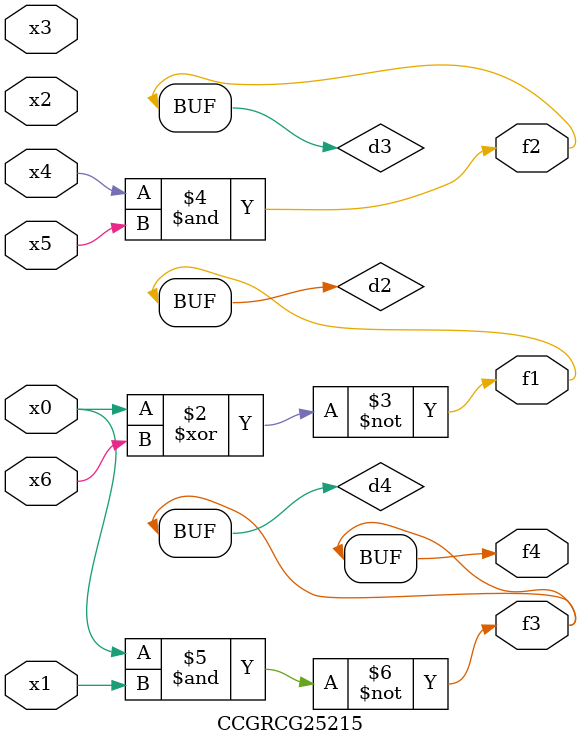
<source format=v>
module CCGRCG25215(
	input x0, x1, x2, x3, x4, x5, x6,
	output f1, f2, f3, f4
);

	wire d1, d2, d3, d4;

	nor (d1, x0);
	xnor (d2, x0, x6);
	and (d3, x4, x5);
	nand (d4, x0, x1);
	assign f1 = d2;
	assign f2 = d3;
	assign f3 = d4;
	assign f4 = d4;
endmodule

</source>
